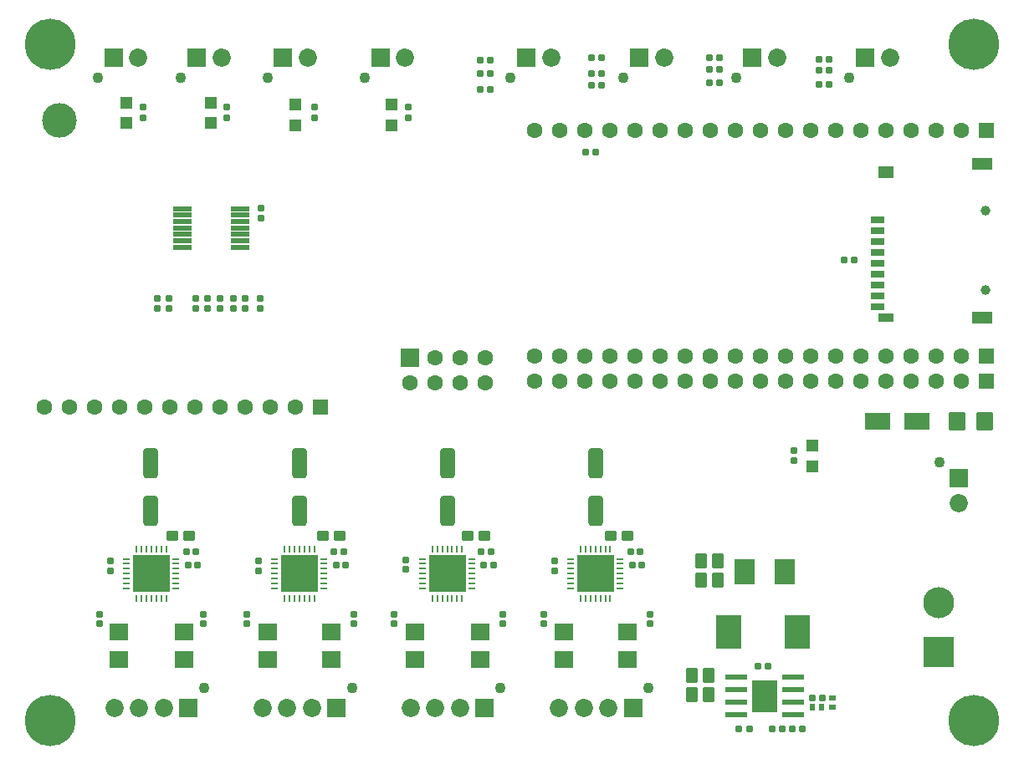
<source format=gbr>
G04 DipTrace 4.1.3.1*
G04 TopMask.gbr*
%MOIN*%
G04 #@! TF.FileFunction,Soldermask,Top*
G04 #@! TF.Part,Single*
%AMOUTLINE1*
4,1,28,
-0.029134,-0.04757,
-0.029134,0.04757,
-0.028748,0.050502,
-0.027566,0.053355,
-0.025687,0.055805,
-0.023237,0.057684,
-0.020384,0.058866,
-0.017452,0.059252,
0.017452,0.059252,
0.020384,0.058866,
0.023237,0.057684,
0.025687,0.055805,
0.027566,0.053355,
0.028748,0.050502,
0.029134,0.04757,
0.029134,-0.04757,
0.028748,-0.050502,
0.027566,-0.053355,
0.025687,-0.055805,
0.023237,-0.057684,
0.020384,-0.058866,
0.017452,-0.059252,
-0.017452,-0.059252,
-0.020384,-0.058866,
-0.023237,-0.057684,
-0.025687,-0.055805,
-0.027566,-0.053355,
-0.028748,-0.050502,
-0.029134,-0.04757,
0*%
%AMOUTLINE4*
4,1,28,
0.029134,0.04757,
0.029134,-0.04757,
0.028748,-0.050502,
0.027566,-0.053355,
0.025687,-0.055805,
0.023237,-0.057684,
0.020384,-0.058866,
0.017452,-0.059252,
-0.017452,-0.059252,
-0.020384,-0.058866,
-0.023237,-0.057684,
-0.025687,-0.055805,
-0.027566,-0.053355,
-0.028748,-0.050502,
-0.029134,-0.04757,
-0.029134,0.04757,
-0.028748,0.050502,
-0.027566,0.053355,
-0.025687,0.055805,
-0.023237,0.057684,
-0.020384,0.058866,
-0.017452,0.059252,
0.017452,0.059252,
0.020384,0.058866,
0.023237,0.057684,
0.025687,0.055805,
0.027566,0.053355,
0.028748,0.050502,
0.029134,0.04757,
0*%
%AMOUTLINE7*
4,1,28,
-0.013976,-0.005444,
-0.013976,0.005444,
-0.013738,0.007255,
-0.012989,0.009064,
-0.011797,0.010616,
-0.010245,0.011808,
-0.008437,0.012557,
-0.006625,0.012795,
0.006625,0.012795,
0.008437,0.012557,
0.010245,0.011808,
0.011797,0.010616,
0.012989,0.009064,
0.013738,0.007255,
0.013976,0.005444,
0.013976,-0.005444,
0.013738,-0.007255,
0.012989,-0.009064,
0.011797,-0.010616,
0.010245,-0.011808,
0.008437,-0.012557,
0.006625,-0.012795,
-0.006625,-0.012795,
-0.008437,-0.012557,
-0.010245,-0.011808,
-0.011797,-0.010616,
-0.012989,-0.009064,
-0.013738,-0.007255,
-0.013976,-0.005444,
0*%
%AMOUTLINE10*
4,1,28,
0.013976,0.005444,
0.013976,-0.005444,
0.013738,-0.007255,
0.012989,-0.009064,
0.011797,-0.010616,
0.010245,-0.011808,
0.008437,-0.012557,
0.006625,-0.012795,
-0.006625,-0.012795,
-0.008437,-0.012557,
-0.010245,-0.011808,
-0.011797,-0.010616,
-0.012989,-0.009064,
-0.013738,-0.007255,
-0.013976,-0.005444,
-0.013976,0.005444,
-0.013738,0.007255,
-0.012989,0.009064,
-0.011797,0.010616,
-0.010245,0.011808,
-0.008437,0.012557,
-0.006625,0.012795,
0.006625,0.012795,
0.008437,0.012557,
0.010245,0.011808,
0.011797,0.010616,
0.012989,0.009064,
0.013738,0.007255,
0.013976,0.005444,
0*%
%AMOUTLINE13*
4,1,28,
-0.005444,0.013976,
0.005444,0.013976,
0.007255,0.013738,
0.009064,0.012989,
0.010616,0.011797,
0.011808,0.010245,
0.012557,0.008437,
0.012795,0.006625,
0.012795,-0.006625,
0.012557,-0.008437,
0.011808,-0.010245,
0.010616,-0.011797,
0.009064,-0.012989,
0.007255,-0.013738,
0.005444,-0.013976,
-0.005444,-0.013976,
-0.007255,-0.013738,
-0.009064,-0.012989,
-0.010616,-0.011797,
-0.011808,-0.010245,
-0.012557,-0.008437,
-0.012795,-0.006625,
-0.012795,0.006625,
-0.012557,0.008437,
-0.011808,0.010245,
-0.010616,0.011797,
-0.009064,0.012989,
-0.007255,0.013738,
-0.005444,0.013976,
0*%
%AMOUTLINE16*
4,1,28,
0.005444,-0.013976,
-0.005444,-0.013976,
-0.007255,-0.013738,
-0.009064,-0.012989,
-0.010616,-0.011797,
-0.011808,-0.010245,
-0.012557,-0.008437,
-0.012795,-0.006625,
-0.012795,0.006625,
-0.012557,0.008437,
-0.011808,0.010245,
-0.010616,0.011797,
-0.009064,0.012989,
-0.007255,0.013738,
-0.005444,0.013976,
0.005444,0.013976,
0.007255,0.013738,
0.009064,0.012989,
0.010616,0.011797,
0.011808,0.010245,
0.012557,0.008437,
0.012795,0.006625,
0.012795,-0.006625,
0.012557,-0.008437,
0.011808,-0.010245,
0.010616,-0.011797,
0.009064,-0.012989,
0.007255,-0.013738,
0.005444,-0.013976,
0*%
%AMOUTLINE19*
4,1,28,
0.023622,0.009972,
0.023622,-0.009971,
0.023236,-0.012903,
0.022055,-0.015756,
0.020175,-0.018206,
0.017725,-0.020085,
0.014873,-0.021267,
0.011941,-0.021653,
-0.01194,-0.021654,
-0.014872,-0.021268,
-0.017725,-0.020086,
-0.020174,-0.018207,
-0.022054,-0.015757,
-0.023236,-0.012904,
-0.023622,-0.009972,
-0.023622,0.009971,
-0.023236,0.012903,
-0.022055,0.015756,
-0.020175,0.018206,
-0.017725,0.020085,
-0.014873,0.021267,
-0.011941,0.021653,
0.01194,0.021654,
0.014872,0.021268,
0.017725,0.020086,
0.020174,0.018207,
0.022054,0.015757,
0.023236,0.012904,
0.023622,0.009972,
0*%
%AMOUTLINE22*
4,1,28,
0.033465,0.026113,
0.033465,-0.026113,
0.033092,-0.028944,
0.03195,-0.031701,
0.030133,-0.03407,
0.027764,-0.035887,
0.025007,-0.037029,
0.022176,-0.037402,
-0.022176,-0.037402,
-0.025007,-0.037029,
-0.027764,-0.035887,
-0.030133,-0.03407,
-0.03195,-0.031701,
-0.033092,-0.028944,
-0.033465,-0.026113,
-0.033465,0.026113,
-0.033092,0.028944,
-0.03195,0.031701,
-0.030133,0.03407,
-0.027764,0.035887,
-0.025007,0.037029,
-0.022176,0.037402,
0.022176,0.037402,
0.025007,0.037029,
0.027764,0.035887,
0.030133,0.03407,
0.03195,0.031701,
0.033092,0.028944,
0.033465,0.026113,
0*%
%AMOUTLINE25*
4,1,28,
-0.012137,0.030906,
0.012137,0.030906,
0.015069,0.030519,
0.017922,0.029338,
0.020372,0.027458,
0.022251,0.025008,
0.023433,0.022156,
0.023819,0.019224,
0.023819,-0.019224,
0.023433,-0.022156,
0.022251,-0.025008,
0.020372,-0.027458,
0.017922,-0.029338,
0.015069,-0.030519,
0.012137,-0.030906,
-0.012137,-0.030906,
-0.015069,-0.030519,
-0.017922,-0.029338,
-0.020372,-0.027458,
-0.022251,-0.025008,
-0.023433,-0.022156,
-0.023819,-0.019224,
-0.023819,0.019224,
-0.023433,0.022156,
-0.022251,0.025008,
-0.020372,0.027458,
-0.017922,0.029338,
-0.015069,0.030519,
-0.012137,0.030906,
0*%
%AMOUTLINE28*
4,1,28,
0.012137,-0.030906,
-0.012137,-0.030906,
-0.015069,-0.030519,
-0.017922,-0.029338,
-0.020372,-0.027458,
-0.022251,-0.025008,
-0.023433,-0.022156,
-0.023819,-0.019224,
-0.023819,0.019224,
-0.023433,0.022156,
-0.022251,0.025008,
-0.020372,0.027458,
-0.017922,0.029338,
-0.015069,0.030519,
-0.012137,0.030906,
0.012137,0.030906,
0.015069,0.030519,
0.017922,0.029338,
0.020372,0.027458,
0.022251,0.025008,
0.023433,0.022156,
0.023819,0.019224,
0.023819,-0.019224,
0.023433,-0.022156,
0.022251,-0.025008,
0.020372,-0.027458,
0.017922,-0.029338,
0.015069,-0.030519,
0.012137,-0.030906,
0*%
%AMOUTLINE31*
4,1,28,
0.00505,-0.013583,
-0.00505,-0.013583,
-0.006658,-0.013371,
-0.008276,-0.012701,
-0.009666,-0.011634,
-0.010732,-0.010245,
-0.011403,-0.008626,
-0.011614,-0.007019,
-0.011614,0.007019,
-0.011403,0.008626,
-0.010732,0.010245,
-0.009666,0.011634,
-0.008276,0.012701,
-0.006658,0.013371,
-0.00505,0.013583,
0.00505,0.013583,
0.006658,0.013371,
0.008276,0.012701,
0.009666,0.011634,
0.010732,0.010245,
0.011403,0.008626,
0.011614,0.007019,
0.011614,-0.007019,
0.011403,-0.008626,
0.010732,-0.010245,
0.009666,-0.011634,
0.008276,-0.012701,
0.006658,-0.013371,
0.00505,-0.013583,
0*%
%AMOUTLINE34*
4,1,28,
-0.00505,0.013583,
0.00505,0.013583,
0.006658,0.013371,
0.008276,0.012701,
0.009666,0.011634,
0.010732,0.010245,
0.011403,0.008626,
0.011614,0.007019,
0.011614,-0.007019,
0.011403,-0.008626,
0.010732,-0.010245,
0.009666,-0.011634,
0.008276,-0.012701,
0.006658,-0.013371,
0.00505,-0.013583,
-0.00505,-0.013583,
-0.006658,-0.013371,
-0.008276,-0.012701,
-0.009666,-0.011634,
-0.010732,-0.010245,
-0.011403,-0.008626,
-0.011614,-0.007019,
-0.011614,0.007019,
-0.011403,0.008626,
-0.010732,0.010245,
-0.009666,0.011634,
-0.008276,0.012701,
-0.006658,0.013371,
-0.00505,0.013583,
0*%
%AMOUTLINE37*
4,1,28,
-0.013583,-0.00505,
-0.013583,0.00505,
-0.013371,0.006658,
-0.012701,0.008276,
-0.011634,0.009666,
-0.010245,0.010732,
-0.008626,0.011403,
-0.007019,0.011614,
0.007019,0.011614,
0.008626,0.011403,
0.010245,0.010732,
0.011634,0.009666,
0.012701,0.008276,
0.013371,0.006658,
0.013583,0.00505,
0.013583,-0.00505,
0.013371,-0.006658,
0.012701,-0.008276,
0.011634,-0.009666,
0.010245,-0.010732,
0.008626,-0.011403,
0.007019,-0.011614,
-0.007019,-0.011614,
-0.008626,-0.011403,
-0.010245,-0.010732,
-0.011634,-0.009666,
-0.012701,-0.008276,
-0.013371,-0.006658,
-0.013583,-0.00505,
0*%
%AMOUTLINE40*
4,1,28,
0.013583,0.00505,
0.013583,-0.00505,
0.013371,-0.006658,
0.012701,-0.008276,
0.011634,-0.009666,
0.010245,-0.010732,
0.008626,-0.011403,
0.007019,-0.011614,
-0.007019,-0.011614,
-0.008626,-0.011403,
-0.010245,-0.010732,
-0.011634,-0.009666,
-0.012701,-0.008276,
-0.013371,-0.006658,
-0.013583,-0.00505,
-0.013583,0.00505,
-0.013371,0.006658,
-0.012701,0.008276,
-0.011634,0.009666,
-0.010245,0.010732,
-0.008626,0.011403,
-0.007019,0.011614,
0.007019,0.011614,
0.008626,0.011403,
0.010245,0.010732,
0.011634,0.009666,
0.012701,0.008276,
0.013371,0.006658,
0.013583,0.00505,
0*%
%AMOUTLINE43*
4,1,28,
-0.005444,0.014173,
0.005444,0.014173,
0.007154,0.013948,
0.008867,0.013239,
0.010338,0.01211,
0.011467,0.010638,
0.012177,0.008925,
0.012402,0.007216,
0.012402,-0.007216,
0.012177,-0.008925,
0.011467,-0.010638,
0.010338,-0.01211,
0.008867,-0.013239,
0.007154,-0.013948,
0.005444,-0.014173,
-0.005444,-0.014173,
-0.007154,-0.013948,
-0.008867,-0.013239,
-0.010338,-0.01211,
-0.011467,-0.010638,
-0.012177,-0.008925,
-0.012402,-0.007216,
-0.012402,0.007216,
-0.012177,0.008925,
-0.011467,0.010638,
-0.010338,0.01211,
-0.008867,0.013239,
-0.007154,0.013948,
-0.005444,0.014173,
0*%
%AMOUTLINE46*
4,1,28,
0.005444,-0.014173,
-0.005444,-0.014173,
-0.007154,-0.013948,
-0.008867,-0.013239,
-0.010338,-0.01211,
-0.011467,-0.010638,
-0.012177,-0.008925,
-0.012402,-0.007216,
-0.012402,0.007216,
-0.012177,0.008925,
-0.011467,0.010638,
-0.010338,0.01211,
-0.008867,0.013239,
-0.007154,0.013948,
-0.005444,0.014173,
0.005444,0.014173,
0.007154,0.013948,
0.008867,0.013239,
0.010338,0.01211,
0.011467,0.010638,
0.012177,0.008925,
0.012402,0.007216,
0.012402,-0.007216,
0.012177,-0.008925,
0.011467,-0.010638,
0.010338,-0.01211,
0.008867,-0.013239,
0.007154,-0.013948,
0.005444,-0.014173,
0*%
%AMOUTLINE49*
4,1,28,
0.014173,0.005444,
0.014173,-0.005444,
0.013948,-0.007154,
0.013239,-0.008867,
0.01211,-0.010338,
0.010638,-0.011467,
0.008925,-0.012177,
0.007216,-0.012402,
-0.007216,-0.012402,
-0.008925,-0.012177,
-0.010638,-0.011467,
-0.01211,-0.010338,
-0.013239,-0.008867,
-0.013948,-0.007154,
-0.014173,-0.005444,
-0.014173,0.005444,
-0.013948,0.007154,
-0.013239,0.008867,
-0.01211,0.010338,
-0.010638,0.011467,
-0.008925,0.012177,
-0.007216,0.012402,
0.007216,0.012402,
0.008925,0.012177,
0.010638,0.011467,
0.01211,0.010338,
0.013239,0.008867,
0.013948,0.007154,
0.014173,0.005444,
0*%
%AMOUTLINE52*
4,1,28,
-0.014173,-0.005444,
-0.014173,0.005444,
-0.013948,0.007154,
-0.013239,0.008867,
-0.01211,0.010338,
-0.010638,0.011467,
-0.008925,0.012177,
-0.007216,0.012402,
0.007216,0.012402,
0.008925,0.012177,
0.010638,0.011467,
0.01211,0.010338,
0.013239,0.008867,
0.013948,0.007154,
0.014173,0.005444,
0.014173,-0.005444,
0.013948,-0.007154,
0.013239,-0.008867,
0.01211,-0.010338,
0.010638,-0.011467,
0.008925,-0.012177,
0.007216,-0.012402,
-0.007216,-0.012402,
-0.008925,-0.012177,
-0.010638,-0.011467,
-0.01211,-0.010338,
-0.013239,-0.008867,
-0.013948,-0.007154,
-0.014173,-0.005444,
0*%
%ADD45R,0.055118X0.031496*%
%ADD49R,0.027559X0.011024*%
%ADD50R,0.011024X0.027559*%
%ADD51R,0.145669X0.145669*%
%ADD59C,0.043307*%
%ADD60C,0.137795*%
%ADD61C,0.03937*%
%ADD71R,0.098425X0.125984*%
%ADD73R,0.088583X0.021654*%
%ADD75R,0.074803X0.019685*%
%ADD83C,0.123937*%
%ADD85R,0.123937X0.123937*%
%ADD87R,0.059055X0.035433*%
%ADD88R,0.059055X0.051181*%
%ADD90R,0.082677X0.051181*%
%ADD93R,0.074803X0.066929*%
%ADD95C,0.203937*%
%ADD97R,0.051181X0.051181*%
%ADD99R,0.07874X0.102362*%
%ADD101C,0.062992*%
%ADD103R,0.073937X0.073937*%
%ADD105C,0.062992*%
%ADD107R,0.062992X0.062992*%
%ADD109C,0.072835*%
%ADD111R,0.072835X0.072835*%
%ADD113R,0.102362X0.133858*%
%ADD115R,0.102362X0.070866*%
%ADD121OUTLINE1*%
%ADD124OUTLINE4*%
%ADD127OUTLINE7*%
%ADD130OUTLINE10*%
%ADD133OUTLINE13*%
%ADD136OUTLINE16*%
%ADD139OUTLINE19*%
%ADD142OUTLINE22*%
%ADD145OUTLINE25*%
%ADD148OUTLINE28*%
%ADD151OUTLINE31*%
%ADD154OUTLINE34*%
%ADD157OUTLINE37*%
%ADD160OUTLINE40*%
%ADD163OUTLINE43*%
%ADD166OUTLINE46*%
%ADD169OUTLINE49*%
%ADD172OUTLINE52*%
%FSLAX26Y26*%
G04*
G70*
G90*
G75*
G01*
G04 TopMask*
%LPD*%
D121*
X528000Y964512D3*
D124*
Y1153488D3*
D127*
X326772Y512205D3*
D130*
Y550787D3*
D127*
X740157Y512205D3*
D130*
Y550787D3*
D133*
X671709Y801000D3*
D136*
X710291D3*
D121*
X1122047Y964512D3*
D124*
Y1153488D3*
D127*
X913386Y512205D3*
D130*
Y550787D3*
D127*
X1338583Y512205D3*
D130*
Y550787D3*
D133*
X1260236Y800000D3*
D136*
X1298819D3*
X716291Y747500D3*
D133*
X677709D3*
D136*
X1305791D3*
D133*
X1267209D3*
D139*
X680965Y865001D3*
X614035Y864999D3*
D127*
X369500Y723709D3*
D130*
Y762291D3*
D139*
X1282465Y862000D3*
X1215535D3*
D127*
X959130Y723709D3*
D130*
Y762291D3*
D142*
X3850787Y1318751D3*
X3740551D3*
D121*
X1712598Y964512D3*
D124*
Y1153488D3*
D127*
X1500000Y512205D3*
D130*
Y550787D3*
D127*
X1933071Y512205D3*
D130*
Y550787D3*
D133*
X1846850Y800000D3*
D136*
X1885433D3*
D121*
X2303150Y964512D3*
D124*
Y1153488D3*
D127*
X2094488Y512205D3*
D130*
Y550787D3*
D127*
X2517717Y512205D3*
D130*
Y550787D3*
D133*
X2441339Y800000D3*
D136*
X2479921D3*
X1895433Y746000D3*
D133*
X1856850D3*
D136*
X2486421Y747500D3*
D133*
X2447839D3*
X3293209Y1962500D3*
D136*
X3331791D3*
D139*
X1858024Y865000D3*
X1791094D3*
D127*
X1544244Y729709D3*
D130*
Y768291D3*
D139*
X2429528Y865000D3*
X2362598D3*
D127*
X2137732Y723709D3*
D130*
Y762291D3*
D127*
X969772Y2130685D3*
D130*
Y2169268D3*
D136*
X3231793Y2718751D3*
D133*
X3193210Y2718750D3*
D136*
X2794291Y2725000D3*
D133*
X2755709D3*
X2949459Y343749D3*
D136*
X2988042D3*
X2325294Y2706250D3*
D133*
X2286711Y2706249D3*
D136*
X1881791D3*
D133*
X1843209D3*
D145*
X2685285Y231249D3*
D148*
X2752214D3*
D145*
X2685285Y306249D3*
D148*
X2752214D3*
D145*
X2722785Y687500D3*
D148*
X2789714D3*
D145*
X2722785Y762500D3*
D148*
X2789714D3*
D151*
X3203543Y181102D3*
D154*
X3166535D3*
D157*
X3244094Y179871D3*
D160*
Y216879D3*
D115*
X3581693Y1318751D3*
X3424213D3*
D113*
X3104576Y481251D3*
X2832923D3*
D111*
X679134Y177165D3*
D109*
X580709D3*
X482283D3*
X383858D3*
D59*
X742126Y255906D3*
D111*
X1269685Y177165D3*
D109*
X1171260D3*
X1072835D3*
X974409D3*
D59*
X1332677Y255906D3*
D107*
X3859054Y1480376D3*
D105*
X3759054Y1480372D3*
X3659054Y1480368D3*
X3559054Y1480365D3*
X3459054Y1480361D3*
X3359054Y1480357D3*
X3259054Y1480354D3*
X3159054Y1480350D3*
X3059054Y1480346D3*
X2959054Y1480343D3*
X2859054Y1480339D3*
X2759054Y1480335D3*
X2659054Y1480332D3*
X2559054Y1480328D3*
X2459054Y1480324D3*
X2359054Y1480320D3*
X2259054Y1480317D3*
X2159054Y1480313D3*
X2059054Y1480309D3*
D107*
X3859054Y1580376D3*
D105*
X3759054Y1580372D3*
X3659054Y1580368D3*
X3559054Y1580365D3*
X3459054Y1580361D3*
X3359054Y1580357D3*
X3259054Y1580354D3*
X3159054Y1580350D3*
X3059054Y1580346D3*
X2959054Y1580343D3*
X2859054Y1580339D3*
X2759054Y1580335D3*
X2659054Y1580332D3*
X2559054Y1580328D3*
X2459054Y1580324D3*
X2359054Y1580320D3*
X2259054Y1580317D3*
X2159054Y1580313D3*
X2059054Y1580309D3*
D107*
X3859054Y2480376D3*
D105*
X3759054Y2480372D3*
X3659054Y2480368D3*
X3559054Y2480365D3*
X3459054Y2480361D3*
X3359054Y2480357D3*
X3259054Y2480354D3*
X3159054Y2480350D3*
X3059054Y2480346D3*
X2959054Y2480343D3*
X2859054Y2480339D3*
X2759054Y2480335D3*
X2659054Y2480332D3*
X2559054Y2480328D3*
X2459054Y2480324D3*
X2359054Y2480320D3*
X2259054Y2480317D3*
X2159054Y2480313D3*
X2059054Y2480309D3*
D111*
X1860236Y177165D3*
D109*
X1761811D3*
X1663386D3*
X1564961D3*
D59*
X1923228Y255906D3*
D111*
X2450787Y177165D3*
D109*
X2352362D3*
X2253937D3*
X2155512D3*
D59*
X2513780Y255906D3*
D111*
X1057037Y2770274D3*
D109*
X1155462D3*
D59*
X994045Y2691534D3*
D111*
X713248Y2770273D3*
D109*
X811673Y2770275D3*
D59*
X650257Y2691532D3*
D111*
X382037Y2770274D3*
D109*
X480462D3*
D59*
X319045Y2691534D3*
D111*
X1444538Y2770274D3*
D109*
X1542963D3*
D59*
X1381546Y2691534D3*
D111*
X3375787Y2770274D3*
D109*
X3474213D3*
D59*
X3312795Y2691534D3*
D111*
X2925787Y2770274D3*
D109*
X3024213D3*
D59*
X2862795Y2691534D3*
D111*
X2475787Y2770274D3*
D109*
X2574213D3*
D59*
X2412795Y2691534D3*
D111*
X2025789Y2770274D3*
D109*
X2124214D3*
D59*
X1962797Y2691534D3*
D111*
X3750000Y1092963D3*
D109*
Y994538D3*
D59*
X3671260Y1155955D3*
D103*
X1560790Y1574989D3*
D101*
X1560798Y1474989D3*
X1660790Y1574996D3*
X1660798Y1474996D3*
X1760790Y1575004D3*
X1760798Y1475004D3*
X1860790Y1575011D3*
X1860798Y1475011D3*
D99*
X3055364Y718749D3*
X2893946D3*
D97*
X1106249Y2500244D3*
Y2582921D3*
X431249Y2508661D3*
Y2591339D3*
X1487500Y2500244D3*
Y2582921D3*
X768749Y2508661D3*
Y2591339D3*
X3165993Y1140846D3*
Y1223524D3*
D95*
X127953Y127953D3*
Y2824803D3*
X3809055D3*
Y127953D3*
D107*
X1206255Y1377215D3*
D105*
X1106255D3*
X1006255D3*
X906255D3*
X806255D3*
X706255D3*
X606255D3*
X506255D3*
X406264D3*
X306264D3*
X206264D3*
X106264D3*
D60*
X164123Y2518948D3*
D163*
X2260974Y2393751D3*
D166*
X2301525D3*
D93*
X661418Y370079D3*
X661416Y480315D3*
X401576Y370079D3*
X401574Y480315D3*
X1250441Y370079D3*
Y480315D3*
X994642Y370079D3*
Y480315D3*
X1841781Y370079D3*
Y480315D3*
X1583190Y370079D3*
Y480315D3*
X2430068Y370079D3*
Y480315D3*
X2175493Y370079D3*
Y480315D3*
D169*
X905606Y1810283D3*
D172*
Y1769732D3*
D169*
X805587Y1810283D3*
D172*
Y1769732D3*
D169*
X709134Y1810283D3*
D172*
Y1769732D3*
D169*
X602537Y1810283D3*
D172*
Y1769732D3*
D163*
X3192226Y2662500D3*
D166*
X3232777D3*
D163*
X2754724Y2668751D3*
D166*
X2795276D3*
D163*
X3192226Y2762500D3*
D166*
X3232777D3*
D163*
X2754723Y2770273D3*
D166*
X2795274Y2770275D3*
D172*
X964555Y1769732D3*
D169*
Y1810283D3*
D172*
X858770Y1769732D3*
D169*
Y1810283D3*
D172*
X754407Y1769732D3*
D169*
Y1810283D3*
D172*
X556102Y1769732D3*
D169*
Y1810283D3*
X1181251Y2572045D3*
D172*
Y2531493D3*
D169*
X500001Y2572045D3*
D172*
Y2531493D3*
D169*
X1556249Y2572045D3*
D172*
Y2531493D3*
D169*
X831251Y2572045D3*
D172*
Y2531493D3*
D163*
X2285727Y2660530D3*
D166*
X2326278D3*
D163*
X1842224Y2643749D3*
D166*
X1882776D3*
D163*
X2285727Y2770274D3*
D166*
X2326278D3*
D163*
X1842224Y2760136D3*
D166*
X1882776D3*
X3045276Y93749D3*
D163*
X3004724D3*
D169*
X3090993Y1202461D3*
D172*
Y1161909D3*
D166*
X2913976Y94488D3*
D163*
X2873425D3*
D166*
X3205315Y216535D3*
D163*
X3164764D3*
D166*
X3126525Y93749D3*
D163*
X3085974D3*
D45*
X3425591Y2123882D3*
Y2080575D3*
Y2037268D3*
Y1993961D3*
Y1950654D3*
Y1907346D3*
Y1864039D3*
Y1820732D3*
Y1777425D3*
D90*
X3840945Y2345142D3*
D88*
X3459055Y2312071D3*
D87*
Y1734118D3*
D90*
X3840945D3*
D61*
X3856693Y1844748D3*
Y2159709D3*
D85*
X3670029Y399705D3*
D83*
Y596555D3*
D49*
X629915Y653545D3*
Y673230D3*
Y692915D3*
Y712600D3*
Y732285D3*
Y751970D3*
Y771656D3*
D50*
X590549Y811027D3*
X570864D3*
X551179D3*
X531494D3*
X511809D3*
X492124D3*
X472439D3*
D49*
X433068Y771656D3*
Y751970D3*
Y732285D3*
Y712600D3*
Y692915D3*
Y673230D3*
Y653545D3*
D50*
X472439Y614179D3*
X492124D3*
X511809D3*
X531494D3*
X551179D3*
X570864D3*
X590549D3*
D51*
X531494Y712600D3*
D49*
X1220469Y653546D3*
Y673231D3*
X1220468Y692916D3*
Y712601D3*
X1220467Y732286D3*
Y751971D3*
X1220466Y771656D3*
D50*
X1181099Y811027D3*
X1161414Y811026D3*
X1141729D3*
X1122044Y811025D3*
X1102359D3*
X1082674D3*
X1062989Y811024D3*
D49*
X1023619Y771652D3*
Y751967D3*
X1023620Y732282D3*
Y712597D3*
Y692912D3*
X1023621Y673227D3*
Y653542D3*
D50*
X1062993Y614176D3*
X1082679Y614177D3*
X1102364D3*
X1122049Y614178D3*
X1141734D3*
X1161419Y614179D3*
X1181104D3*
D51*
X1122046Y712599D3*
D49*
X1809213Y653545D3*
Y673230D3*
Y692915D3*
Y712600D3*
Y732285D3*
Y751970D3*
Y771656D3*
D50*
X1769847Y811027D3*
X1750162D3*
X1730477D3*
X1710792D3*
X1691107D3*
X1671422D3*
X1651737D3*
D49*
X1612365Y771656D3*
Y751970D3*
Y732285D3*
Y712600D3*
Y692915D3*
Y673230D3*
Y653545D3*
D50*
X1651737Y614179D3*
X1671422D3*
X1691107D3*
X1710792D3*
X1730477D3*
X1750162D3*
X1769847D3*
D51*
X1710792Y712600D3*
D49*
X2399767Y653546D3*
X2399766Y673231D3*
Y692916D3*
Y712601D3*
X2399765Y732286D3*
Y751971D3*
X2399764Y771656D3*
D50*
X2360397Y811027D3*
X2340712Y811026D3*
X2321027D3*
X2301342Y811025D3*
X2281657D3*
X2261972D3*
X2242287Y811024D3*
D49*
X2202917Y771652D3*
Y751967D3*
Y732282D3*
X2202918Y712597D3*
Y692912D3*
X2202919Y673227D3*
Y653542D3*
D50*
X2242291Y614176D3*
X2261976Y614177D3*
X2281661D3*
X2301347Y614178D3*
X2321032D3*
X2340717Y614179D3*
X2360402D3*
D51*
X2301344Y712599D3*
D75*
X656171Y2168185D3*
Y2142594D3*
Y2117004D3*
Y2091413D3*
Y2065823D3*
Y2040232D3*
X656178Y2014642D3*
X884517D3*
Y2040232D3*
Y2065823D3*
Y2091413D3*
Y2117004D3*
Y2142594D3*
Y2168185D3*
D73*
X2861466Y298819D3*
Y248819D3*
Y198819D3*
Y148819D3*
X3087844D3*
Y198819D3*
Y248819D3*
Y298819D3*
D71*
X2974655Y223819D3*
M02*

</source>
